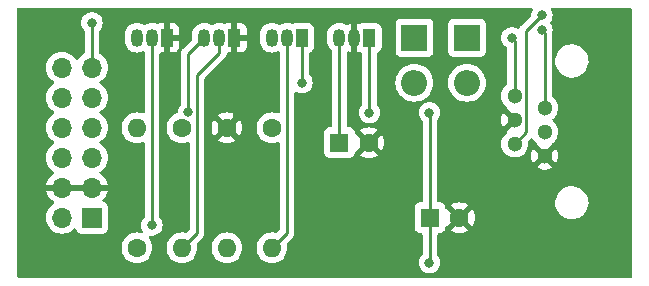
<source format=gbr>
%TF.GenerationSoftware,KiCad,Pcbnew,7.0.10*%
%TF.CreationDate,2024-01-03T13:13:51+01:00*%
%TF.ProjectId,slimme_meter_pmod,736c696d-6d65-45f6-9d65-7465725f706d,rev?*%
%TF.SameCoordinates,Original*%
%TF.FileFunction,Copper,L2,Bot*%
%TF.FilePolarity,Positive*%
%FSLAX46Y46*%
G04 Gerber Fmt 4.6, Leading zero omitted, Abs format (unit mm)*
G04 Created by KiCad (PCBNEW 7.0.10) date 2024-01-03 13:13:51*
%MOMM*%
%LPD*%
G01*
G04 APERTURE LIST*
%TA.AperFunction,ComponentPad*%
%ADD10R,1.600000X1.600000*%
%TD*%
%TA.AperFunction,ComponentPad*%
%ADD11C,1.600000*%
%TD*%
%TA.AperFunction,ComponentPad*%
%ADD12R,1.050000X1.500000*%
%TD*%
%TA.AperFunction,ComponentPad*%
%ADD13O,1.050000X1.500000*%
%TD*%
%TA.AperFunction,ComponentPad*%
%ADD14R,1.700000X1.700000*%
%TD*%
%TA.AperFunction,ComponentPad*%
%ADD15O,1.700000X1.700000*%
%TD*%
%TA.AperFunction,ComponentPad*%
%ADD16O,1.600000X1.600000*%
%TD*%
%TA.AperFunction,ComponentPad*%
%ADD17R,2.200000X2.200000*%
%TD*%
%TA.AperFunction,ComponentPad*%
%ADD18O,2.200000X2.200000*%
%TD*%
%TA.AperFunction,ComponentPad*%
%ADD19C,1.300000*%
%TD*%
%TA.AperFunction,ViaPad*%
%ADD20C,0.800000*%
%TD*%
%TA.AperFunction,Conductor*%
%ADD21C,0.250000*%
%TD*%
G04 APERTURE END LIST*
D10*
%TO.P,C2,1*%
%TO.N,VCC*%
X127675000Y-68580000D03*
D11*
%TO.P,C2,2*%
%TO.N,GND*%
X130175000Y-68580000D03*
%TD*%
D12*
%TO.P,U1,1,VO*%
%TO.N,VCC*%
X122555000Y-53340000D03*
D13*
%TO.P,U1,2,GND*%
%TO.N,GND*%
X121285000Y-53340000D03*
%TO.P,U1,3,VI*%
%TO.N,+5V*%
X120015000Y-53340000D03*
%TD*%
D12*
%TO.P,Q3,1,D*%
%TO.N,Net-(D1-A)*%
X116840000Y-53340000D03*
D13*
%TO.P,Q3,2,G*%
%TO.N,Net-(Q1-D)*%
X115570000Y-53340000D03*
%TO.P,Q3,3,S*%
%TO.N,+5V*%
X114300000Y-53340000D03*
%TD*%
D10*
%TO.P,C1,1*%
%TO.N,+5V*%
X120015000Y-62230000D03*
D11*
%TO.P,C1,2*%
%TO.N,GND*%
X122515000Y-62230000D03*
%TD*%
D12*
%TO.P,Q1,1,S*%
%TO.N,GND*%
X105410000Y-53340000D03*
D13*
%TO.P,Q1,2,G*%
%TO.N,CTS*%
X104140000Y-53340000D03*
%TO.P,Q1,3,D*%
%TO.N,Net-(Q1-D)*%
X102870000Y-53340000D03*
%TD*%
D12*
%TO.P,Q2,1,S*%
%TO.N,GND*%
X111125000Y-53340000D03*
D13*
%TO.P,Q2,2,G*%
%TO.N,~{SM_DATA}*%
X109855000Y-53340000D03*
%TO.P,Q2,3,D*%
%TO.N,MCU_DATA*%
X108585000Y-53340000D03*
%TD*%
D14*
%TO.P,J2,1,Pin_1*%
%TO.N,VCC*%
X99060000Y-68580000D03*
D15*
%TO.P,J2,2,Pin_2*%
X96520000Y-68580000D03*
%TO.P,J2,3,Pin_3*%
%TO.N,GND*%
X99060000Y-66040000D03*
%TO.P,J2,4,Pin_4*%
X96520000Y-66040000D03*
%TO.P,J2,5,Pin_5*%
%TO.N,RTS*%
X99060000Y-63500000D03*
%TO.P,J2,6,Pin_6*%
%TO.N,unconnected-(J2-Pin_6-Pad6)*%
X96520000Y-63500000D03*
%TO.P,J2,7,Pin_7*%
%TO.N,MCU_DATA*%
X99060000Y-60960000D03*
%TO.P,J2,8,Pin_8*%
%TO.N,unconnected-(J2-Pin_8-Pad8)*%
X96520000Y-60960000D03*
%TO.P,J2,9,Pin_9*%
%TO.N,TXD*%
X99060000Y-58420000D03*
%TO.P,J2,10,Pin_10*%
%TO.N,unconnected-(J2-Pin_10-Pad10)*%
X96520000Y-58420000D03*
%TO.P,J2,11,Pin_11*%
%TO.N,CTS*%
X99060000Y-55880000D03*
%TO.P,J2,12,Pin_12*%
%TO.N,unconnected-(J2-Pin_12-Pad12)*%
X96520000Y-55880000D03*
%TD*%
D11*
%TO.P,R2,1*%
%TO.N,+5V*%
X106680000Y-60960000D03*
D16*
%TO.P,R2,2*%
%TO.N,~{SM_DATA}*%
X106680000Y-71120000D03*
%TD*%
D11*
%TO.P,R3,1*%
%TO.N,GND*%
X110490000Y-60960000D03*
D16*
%TO.P,R3,2*%
%TO.N,CTS*%
X110490000Y-71120000D03*
%TD*%
D17*
%TO.P,D2,1,K*%
%TO.N,Net-(D2-K)*%
X130810000Y-53340000D03*
D18*
%TO.P,D2,2,A*%
%TO.N,+5V*%
X130810000Y-57150000D03*
%TD*%
D11*
%TO.P,R4,1*%
%TO.N,+5V*%
X114300000Y-60960000D03*
D16*
%TO.P,R4,2*%
%TO.N,Net-(Q1-D)*%
X114300000Y-71120000D03*
%TD*%
D17*
%TO.P,D1,1,K*%
%TO.N,SM_DATA_REQUEST*%
X126365000Y-53340000D03*
D18*
%TO.P,D1,2,A*%
%TO.N,Net-(D1-A)*%
X126365000Y-57150000D03*
%TD*%
D11*
%TO.P,R1,1*%
%TO.N,VCC*%
X102870000Y-71120000D03*
D16*
%TO.P,R1,2*%
%TO.N,MCU_DATA*%
X102870000Y-60960000D03*
%TD*%
D19*
%TO.P,J1,1*%
%TO.N,Net-(D2-K)*%
X134860000Y-58250000D03*
%TO.P,J1,2*%
%TO.N,SM_DATA_REQUEST*%
X137400000Y-59270000D03*
%TO.P,J1,3*%
%TO.N,GND*%
X134860000Y-60290000D03*
%TO.P,J1,4*%
%TO.N,unconnected-(J1-Pad4)*%
X137400000Y-61310000D03*
%TO.P,J1,5*%
%TO.N,~{SM_DATA}*%
X134860000Y-62330000D03*
%TO.P,J1,6*%
%TO.N,GND*%
X137400000Y-63350000D03*
%TD*%
D20*
%TO.N,Net-(D2-K)*%
X134620000Y-53340000D03*
%TO.N,CTS*%
X104140000Y-69215000D03*
%TO.N,~{SM_DATA}*%
X137160000Y-51435000D03*
%TO.N,SM_DATA_REQUEST*%
X137160000Y-52705000D03*
%TO.N,Net-(D1-A)*%
X116840000Y-57150000D03*
%TO.N,CTS*%
X99060000Y-52070000D03*
%TO.N,MCU_DATA*%
X107225000Y-59670893D03*
%TO.N,VCC*%
X127635000Y-72390000D03*
X127635000Y-59690000D03*
X122555000Y-59690000D03*
%TD*%
D21*
%TO.N,Net-(D2-K)*%
X134620000Y-53340000D02*
X134860000Y-53580000D01*
X134860000Y-53580000D02*
X134860000Y-58250000D01*
%TO.N,GND*%
X121285000Y-53340000D02*
X121285000Y-61000000D01*
X121285000Y-61000000D02*
X122515000Y-62230000D01*
X111125000Y-53340000D02*
X111125000Y-60325000D01*
X111125000Y-60325000D02*
X110490000Y-60960000D01*
%TO.N,Net-(Q1-D)*%
X115570000Y-53340000D02*
X115570000Y-69850000D01*
X115570000Y-69850000D02*
X114300000Y-71120000D01*
%TO.N,+5V*%
X120015000Y-62230000D02*
X120015000Y-53340000D01*
%TO.N,CTS*%
X104140000Y-53340000D02*
X104140000Y-69215000D01*
%TO.N,~{SM_DATA}*%
X135835000Y-61355000D02*
X134860000Y-62330000D01*
X137160000Y-51435000D02*
X135835000Y-52760000D01*
X135835000Y-52760000D02*
X135835000Y-61355000D01*
%TO.N,SM_DATA_REQUEST*%
X137400000Y-52945000D02*
X137160000Y-52705000D01*
X137400000Y-59270000D02*
X137400000Y-52945000D01*
%TO.N,Net-(D1-A)*%
X116840000Y-57150000D02*
X116840000Y-53340000D01*
%TO.N,CTS*%
X99060000Y-52070000D02*
X99060000Y-55880000D01*
%TO.N,MCU_DATA*%
X107225000Y-54700000D02*
X107225000Y-59670893D01*
X108585000Y-53340000D02*
X107225000Y-54700000D01*
%TO.N,~{SM_DATA}*%
X107950000Y-69850000D02*
X107950000Y-56515000D01*
X106680000Y-71120000D02*
X107950000Y-69850000D01*
X107950000Y-56515000D02*
X109855000Y-54610000D01*
X109855000Y-54610000D02*
X109855000Y-53340000D01*
%TO.N,VCC*%
X127675000Y-72350000D02*
X127675000Y-68580000D01*
X127635000Y-72390000D02*
X127675000Y-72350000D01*
X127635000Y-59690000D02*
X127675000Y-59730000D01*
X127675000Y-59730000D02*
X127675000Y-68580000D01*
X122555000Y-59690000D02*
X122555000Y-53340000D01*
%TD*%
%TA.AperFunction,Conductor*%
%TO.N,GND*%
G36*
X98600507Y-65830156D02*
G01*
X98560000Y-65968111D01*
X98560000Y-66111889D01*
X98600507Y-66249844D01*
X98626314Y-66290000D01*
X96953686Y-66290000D01*
X96979493Y-66249844D01*
X97020000Y-66111889D01*
X97020000Y-65968111D01*
X96979493Y-65830156D01*
X96953686Y-65790000D01*
X98626314Y-65790000D01*
X98600507Y-65830156D01*
G37*
%TD.AperFunction*%
%TA.AperFunction,Conductor*%
G36*
X136338786Y-50820185D02*
G01*
X136384541Y-50872989D01*
X136394485Y-50942147D01*
X136379134Y-50986500D01*
X136332821Y-51066715D01*
X136332818Y-51066722D01*
X136286636Y-51208857D01*
X136274326Y-51246744D01*
X136270216Y-51285849D01*
X136256679Y-51414649D01*
X136230094Y-51479263D01*
X136221039Y-51489368D01*
X135451208Y-52259199D01*
X135438951Y-52269020D01*
X135439134Y-52269241D01*
X135433122Y-52274214D01*
X135387098Y-52323223D01*
X135384391Y-52326016D01*
X135364889Y-52345517D01*
X135364875Y-52345534D01*
X135362407Y-52348715D01*
X135354843Y-52357570D01*
X135324937Y-52389418D01*
X135324936Y-52389420D01*
X135315284Y-52406976D01*
X135304610Y-52423226D01*
X135292329Y-52439061D01*
X135292324Y-52439068D01*
X135274975Y-52479158D01*
X135269837Y-52489646D01*
X135255330Y-52516034D01*
X135205784Y-52565298D01*
X135137468Y-52579954D01*
X135078749Y-52558432D01*
X135078363Y-52559101D01*
X135074519Y-52556882D01*
X135073777Y-52556610D01*
X135072729Y-52555848D01*
X134899807Y-52478857D01*
X134899802Y-52478855D01*
X134754001Y-52447865D01*
X134714646Y-52439500D01*
X134525354Y-52439500D01*
X134492897Y-52446398D01*
X134340197Y-52478855D01*
X134340192Y-52478857D01*
X134167270Y-52555848D01*
X134167265Y-52555851D01*
X134014129Y-52667111D01*
X133887466Y-52807785D01*
X133792821Y-52971715D01*
X133792818Y-52971722D01*
X133740722Y-53132059D01*
X133734326Y-53151744D01*
X133714540Y-53340000D01*
X133734326Y-53528256D01*
X133734327Y-53528259D01*
X133792818Y-53708277D01*
X133792821Y-53708284D01*
X133887467Y-53872216D01*
X133965915Y-53959341D01*
X134014129Y-54012888D01*
X134167261Y-54124145D01*
X134167264Y-54124147D01*
X134167270Y-54124151D01*
X134167276Y-54124153D01*
X134172494Y-54127166D01*
X134220712Y-54177730D01*
X134234500Y-54234557D01*
X134234500Y-57215041D01*
X134214815Y-57282080D01*
X134175780Y-57320466D01*
X134163702Y-57327944D01*
X134006127Y-57471593D01*
X133877632Y-57641746D01*
X133782596Y-57832605D01*
X133782596Y-57832607D01*
X133731798Y-58011142D01*
X133724244Y-58037690D01*
X133704571Y-58250000D01*
X133724244Y-58462310D01*
X133780989Y-58661746D01*
X133782596Y-58667392D01*
X133782596Y-58667394D01*
X133877632Y-58858253D01*
X133997598Y-59017112D01*
X134006128Y-59028407D01*
X134163698Y-59172052D01*
X134186656Y-59186267D01*
X134233291Y-59238295D01*
X134244552Y-59305983D01*
X134242991Y-59319438D01*
X134815599Y-59892046D01*
X134734852Y-59904835D01*
X134621955Y-59962359D01*
X134532359Y-60051955D01*
X134474835Y-60164852D01*
X134462046Y-60245598D01*
X133886836Y-59670388D01*
X133878059Y-59682010D01*
X133783066Y-59872783D01*
X133783058Y-59872803D01*
X133724738Y-60077780D01*
X133724737Y-60077783D01*
X133705073Y-60289999D01*
X133705073Y-60290000D01*
X133724737Y-60502216D01*
X133724738Y-60502219D01*
X133783058Y-60707196D01*
X133783064Y-60707211D01*
X133878061Y-60897991D01*
X133878064Y-60897996D01*
X133886836Y-60909610D01*
X134462046Y-60334400D01*
X134474835Y-60415148D01*
X134532359Y-60528045D01*
X134621955Y-60617641D01*
X134734852Y-60675165D01*
X134815597Y-60687953D01*
X134242991Y-61260559D01*
X134244553Y-61274015D01*
X134232725Y-61342876D01*
X134186658Y-61393731D01*
X134163701Y-61407945D01*
X134006127Y-61551593D01*
X133877632Y-61721746D01*
X133782596Y-61912605D01*
X133782596Y-61912607D01*
X133724244Y-62117689D01*
X133712389Y-62245633D01*
X133704571Y-62330000D01*
X133724244Y-62542310D01*
X133781063Y-62742006D01*
X133782596Y-62747392D01*
X133782596Y-62747394D01*
X133877632Y-62938253D01*
X133983072Y-63077876D01*
X134006128Y-63108407D01*
X134163698Y-63252052D01*
X134344981Y-63364298D01*
X134543802Y-63441321D01*
X134753390Y-63480500D01*
X134753392Y-63480500D01*
X134966608Y-63480500D01*
X134966610Y-63480500D01*
X135176198Y-63441321D01*
X135375019Y-63364298D01*
X135556302Y-63252052D01*
X135713872Y-63108407D01*
X135842366Y-62938255D01*
X135845091Y-62932783D01*
X135937403Y-62747394D01*
X135937403Y-62747393D01*
X135937405Y-62747389D01*
X135995756Y-62542310D01*
X136015429Y-62330000D01*
X135997831Y-62140087D01*
X136011246Y-62071521D01*
X136033618Y-62040971D01*
X136208913Y-61865676D01*
X136270234Y-61832193D01*
X136339926Y-61837177D01*
X136395859Y-61879049D01*
X136407593Y-61898089D01*
X136417634Y-61918255D01*
X136545398Y-62087441D01*
X136546128Y-62088407D01*
X136703698Y-62232052D01*
X136725632Y-62245633D01*
X136726656Y-62246267D01*
X136773291Y-62298295D01*
X136784552Y-62365983D01*
X136782991Y-62379438D01*
X137355599Y-62952046D01*
X137274852Y-62964835D01*
X137161955Y-63022359D01*
X137072359Y-63111955D01*
X137014835Y-63224852D01*
X137002046Y-63305598D01*
X136426836Y-62730388D01*
X136418059Y-62742010D01*
X136323066Y-62932783D01*
X136323058Y-62932803D01*
X136264738Y-63137780D01*
X136264737Y-63137783D01*
X136245073Y-63349999D01*
X136245073Y-63350000D01*
X136264737Y-63562216D01*
X136264738Y-63562219D01*
X136323058Y-63767196D01*
X136323064Y-63767211D01*
X136418061Y-63957991D01*
X136418064Y-63957996D01*
X136426836Y-63969610D01*
X137002046Y-63394400D01*
X137014835Y-63475148D01*
X137072359Y-63588045D01*
X137161955Y-63677641D01*
X137274852Y-63735165D01*
X137355599Y-63747953D01*
X136782991Y-64320559D01*
X136885204Y-64383847D01*
X136885208Y-64383849D01*
X137083936Y-64460836D01*
X137083941Y-64460837D01*
X137293439Y-64500000D01*
X137506561Y-64500000D01*
X137716058Y-64460837D01*
X137716063Y-64460836D01*
X137914791Y-64383849D01*
X137914798Y-64383846D01*
X138017006Y-64320560D01*
X138017006Y-64320559D01*
X137444401Y-63747953D01*
X137525148Y-63735165D01*
X137638045Y-63677641D01*
X137727641Y-63588045D01*
X137785165Y-63475148D01*
X137797953Y-63394400D01*
X138373162Y-63969609D01*
X138373163Y-63969609D01*
X138381940Y-63957988D01*
X138381942Y-63957985D01*
X138476933Y-63767216D01*
X138476941Y-63767196D01*
X138535261Y-63562219D01*
X138535262Y-63562216D01*
X138554927Y-63350000D01*
X138554927Y-63349999D01*
X138535262Y-63137783D01*
X138535261Y-63137780D01*
X138476941Y-62932803D01*
X138476933Y-62932783D01*
X138381942Y-62742014D01*
X138381937Y-62742006D01*
X138373163Y-62730389D01*
X138373162Y-62730389D01*
X137797953Y-63305598D01*
X137785165Y-63224852D01*
X137727641Y-63111955D01*
X137638045Y-63022359D01*
X137525148Y-62964835D01*
X137444401Y-62952046D01*
X138017007Y-62379439D01*
X138015446Y-62365984D01*
X138027274Y-62297123D01*
X138073342Y-62246268D01*
X138096302Y-62232052D01*
X138253872Y-62088407D01*
X138382366Y-61918255D01*
X138418284Y-61846121D01*
X138477403Y-61727394D01*
X138477403Y-61727393D01*
X138477405Y-61727389D01*
X138535756Y-61522310D01*
X138555429Y-61310000D01*
X138535756Y-61097690D01*
X138477405Y-60892611D01*
X138477403Y-60892606D01*
X138477403Y-60892605D01*
X138382367Y-60701746D01*
X138253872Y-60531593D01*
X138206017Y-60487967D01*
X138096302Y-60387948D01*
X138096300Y-60387946D01*
X138092065Y-60384086D01*
X138093143Y-60382902D01*
X138055998Y-60332845D01*
X138051307Y-60263133D01*
X138085049Y-60201951D01*
X138093005Y-60195056D01*
X138096296Y-60192055D01*
X138096302Y-60192052D01*
X138253872Y-60048407D01*
X138382366Y-59878255D01*
X138425527Y-59791575D01*
X138477403Y-59687394D01*
X138477403Y-59687393D01*
X138477405Y-59687389D01*
X138535756Y-59482310D01*
X138555429Y-59270000D01*
X138535756Y-59057690D01*
X138477405Y-58852611D01*
X138477403Y-58852606D01*
X138477403Y-58852605D01*
X138382367Y-58661746D01*
X138253872Y-58491593D01*
X138206970Y-58448836D01*
X138096302Y-58347948D01*
X138096300Y-58347946D01*
X138096297Y-58347944D01*
X138084220Y-58340466D01*
X138037586Y-58288438D01*
X138025500Y-58235041D01*
X138025500Y-55250346D01*
X138295702Y-55250346D01*
X138305819Y-55488528D01*
X138305819Y-55488532D01*
X138356045Y-55721580D01*
X138444935Y-55942788D01*
X138444936Y-55942790D01*
X138569931Y-56145795D01*
X138727436Y-56324755D01*
X138912920Y-56474523D01*
X139121046Y-56590790D01*
X139246951Y-56635275D01*
X139345829Y-56670211D01*
X139580790Y-56710499D01*
X139580798Y-56710499D01*
X139580800Y-56710500D01*
X139580801Y-56710500D01*
X139759496Y-56710500D01*
X139759497Y-56710500D01*
X139759498Y-56710499D01*
X139759515Y-56710499D01*
X139937536Y-56695347D01*
X139937539Y-56695346D01*
X139937541Y-56695346D01*
X140168249Y-56635275D01*
X140339567Y-56557834D01*
X140385480Y-56537080D01*
X140385481Y-56537078D01*
X140385486Y-56537077D01*
X140583003Y-56403579D01*
X140755118Y-56238621D01*
X140896879Y-56046947D01*
X141004207Y-55834074D01*
X141074016Y-55606123D01*
X141104298Y-55369654D01*
X141094180Y-55131468D01*
X141043954Y-54898419D01*
X140955064Y-54677210D01*
X140830069Y-54474205D01*
X140672564Y-54295245D01*
X140487080Y-54145477D01*
X140373130Y-54081820D01*
X140278955Y-54029210D01*
X140054170Y-53949788D01*
X139819209Y-53909500D01*
X139819200Y-53909500D01*
X139640503Y-53909500D01*
X139640484Y-53909500D01*
X139462463Y-53924652D01*
X139231751Y-53984724D01*
X139014519Y-54082919D01*
X139014511Y-54082924D01*
X138817006Y-54216413D01*
X138816997Y-54216421D01*
X138644881Y-54381379D01*
X138503123Y-54573050D01*
X138503120Y-54573054D01*
X138395796Y-54785920D01*
X138395793Y-54785926D01*
X138325983Y-55013878D01*
X138295702Y-55250346D01*
X138025500Y-55250346D01*
X138025500Y-53027737D01*
X138027224Y-53012123D01*
X138026938Y-53012096D01*
X138027671Y-53004335D01*
X138027672Y-53004332D01*
X138026756Y-52975196D01*
X138032765Y-52932984D01*
X138038944Y-52913967D01*
X138045674Y-52893256D01*
X138065460Y-52705000D01*
X138045674Y-52516744D01*
X137987179Y-52336716D01*
X137892533Y-52172784D01*
X137874693Y-52152971D01*
X137844464Y-52089981D01*
X137853089Y-52020646D01*
X137874694Y-51987028D01*
X137892533Y-51967216D01*
X137987179Y-51803284D01*
X138045674Y-51623256D01*
X138065460Y-51435000D01*
X138045674Y-51246744D01*
X137987179Y-51066716D01*
X137940865Y-50986498D01*
X137924393Y-50918600D01*
X137947246Y-50852573D01*
X138002167Y-50809382D01*
X138048253Y-50800500D01*
X144655500Y-50800500D01*
X144722539Y-50820185D01*
X144768294Y-50872989D01*
X144779500Y-50924500D01*
X144779500Y-73535500D01*
X144759815Y-73602539D01*
X144707011Y-73648294D01*
X144655500Y-73659500D01*
X92834500Y-73659500D01*
X92767461Y-73639815D01*
X92721706Y-73587011D01*
X92710500Y-73535500D01*
X92710500Y-71120001D01*
X101564532Y-71120001D01*
X101584364Y-71346686D01*
X101584366Y-71346697D01*
X101643258Y-71566488D01*
X101643261Y-71566497D01*
X101739431Y-71772732D01*
X101739432Y-71772734D01*
X101869954Y-71959141D01*
X102030858Y-72120045D01*
X102030861Y-72120047D01*
X102217266Y-72250568D01*
X102423504Y-72346739D01*
X102643308Y-72405635D01*
X102805230Y-72419801D01*
X102869998Y-72425468D01*
X102870000Y-72425468D01*
X102870002Y-72425468D01*
X102926673Y-72420509D01*
X103096692Y-72405635D01*
X103316496Y-72346739D01*
X103522734Y-72250568D01*
X103709139Y-72120047D01*
X103870047Y-71959139D01*
X104000568Y-71772734D01*
X104096739Y-71566496D01*
X104155635Y-71346692D01*
X104175468Y-71120001D01*
X105374532Y-71120001D01*
X105394364Y-71346686D01*
X105394366Y-71346697D01*
X105453258Y-71566488D01*
X105453261Y-71566497D01*
X105549431Y-71772732D01*
X105549432Y-71772734D01*
X105679954Y-71959141D01*
X105840858Y-72120045D01*
X105840861Y-72120047D01*
X106027266Y-72250568D01*
X106233504Y-72346739D01*
X106453308Y-72405635D01*
X106615230Y-72419801D01*
X106679998Y-72425468D01*
X106680000Y-72425468D01*
X106680002Y-72425468D01*
X106736673Y-72420509D01*
X106906692Y-72405635D01*
X107126496Y-72346739D01*
X107332734Y-72250568D01*
X107519139Y-72120047D01*
X107680047Y-71959139D01*
X107810568Y-71772734D01*
X107906739Y-71566496D01*
X107965635Y-71346692D01*
X107985468Y-71120001D01*
X109184532Y-71120001D01*
X109204364Y-71346686D01*
X109204366Y-71346697D01*
X109263258Y-71566488D01*
X109263261Y-71566497D01*
X109359431Y-71772732D01*
X109359432Y-71772734D01*
X109489954Y-71959141D01*
X109650858Y-72120045D01*
X109650861Y-72120047D01*
X109837266Y-72250568D01*
X110043504Y-72346739D01*
X110263308Y-72405635D01*
X110425230Y-72419801D01*
X110489998Y-72425468D01*
X110490000Y-72425468D01*
X110490002Y-72425468D01*
X110546673Y-72420509D01*
X110716692Y-72405635D01*
X110936496Y-72346739D01*
X111142734Y-72250568D01*
X111329139Y-72120047D01*
X111490047Y-71959139D01*
X111620568Y-71772734D01*
X111716739Y-71566496D01*
X111775635Y-71346692D01*
X111795468Y-71120001D01*
X112994532Y-71120001D01*
X113014364Y-71346686D01*
X113014366Y-71346697D01*
X113073258Y-71566488D01*
X113073261Y-71566497D01*
X113169431Y-71772732D01*
X113169432Y-71772734D01*
X113299954Y-71959141D01*
X113460858Y-72120045D01*
X113460861Y-72120047D01*
X113647266Y-72250568D01*
X113853504Y-72346739D01*
X114073308Y-72405635D01*
X114235230Y-72419801D01*
X114299998Y-72425468D01*
X114300000Y-72425468D01*
X114300002Y-72425468D01*
X114356673Y-72420509D01*
X114526692Y-72405635D01*
X114746496Y-72346739D01*
X114952734Y-72250568D01*
X115139139Y-72120047D01*
X115300047Y-71959139D01*
X115430568Y-71772734D01*
X115526739Y-71566496D01*
X115585635Y-71346692D01*
X115605468Y-71120000D01*
X115585635Y-70893308D01*
X115567318Y-70824948D01*
X115568981Y-70755103D01*
X115599410Y-70705179D01*
X115953788Y-70350801D01*
X115966042Y-70340986D01*
X115965859Y-70340764D01*
X115971868Y-70335791D01*
X115971877Y-70335786D01*
X116017949Y-70286722D01*
X116020566Y-70284023D01*
X116040120Y-70264471D01*
X116042576Y-70261303D01*
X116050156Y-70252427D01*
X116080062Y-70220582D01*
X116089713Y-70203024D01*
X116100396Y-70186761D01*
X116112673Y-70170936D01*
X116130021Y-70130844D01*
X116135151Y-70120371D01*
X116156197Y-70082092D01*
X116161180Y-70062680D01*
X116167481Y-70044280D01*
X116175437Y-70025896D01*
X116182270Y-69982748D01*
X116184633Y-69971338D01*
X116195500Y-69929019D01*
X116195500Y-69908983D01*
X116197027Y-69889582D01*
X116200160Y-69869804D01*
X116196050Y-69826324D01*
X116195500Y-69814655D01*
X116195500Y-69427870D01*
X126374500Y-69427870D01*
X126374501Y-69427876D01*
X126380908Y-69487483D01*
X126431202Y-69622328D01*
X126431206Y-69622335D01*
X126517452Y-69737544D01*
X126517455Y-69737547D01*
X126632664Y-69823793D01*
X126632671Y-69823797D01*
X126677618Y-69840561D01*
X126767517Y-69874091D01*
X126827127Y-69880500D01*
X126925500Y-69880499D01*
X126992538Y-69900183D01*
X127038294Y-69952986D01*
X127049500Y-70004499D01*
X127049500Y-71646888D01*
X127029815Y-71713927D01*
X127017650Y-71729860D01*
X126902466Y-71857785D01*
X126807821Y-72021715D01*
X126807818Y-72021722D01*
X126749327Y-72201740D01*
X126749326Y-72201744D01*
X126729540Y-72390000D01*
X126749326Y-72578256D01*
X126749327Y-72578259D01*
X126807818Y-72758277D01*
X126807821Y-72758284D01*
X126902467Y-72922216D01*
X127029129Y-73062888D01*
X127182265Y-73174148D01*
X127182270Y-73174151D01*
X127355192Y-73251142D01*
X127355197Y-73251144D01*
X127540354Y-73290500D01*
X127540355Y-73290500D01*
X127729644Y-73290500D01*
X127729646Y-73290500D01*
X127914803Y-73251144D01*
X128087730Y-73174151D01*
X128240871Y-73062888D01*
X128367533Y-72922216D01*
X128462179Y-72758284D01*
X128520674Y-72578256D01*
X128540460Y-72390000D01*
X128520674Y-72201744D01*
X128462179Y-72021716D01*
X128367533Y-71857784D01*
X128332350Y-71818709D01*
X128302120Y-71755717D01*
X128300500Y-71735737D01*
X128300500Y-70004499D01*
X128320185Y-69937460D01*
X128372989Y-69891705D01*
X128424500Y-69880499D01*
X128522871Y-69880499D01*
X128522872Y-69880499D01*
X128582483Y-69874091D01*
X128717331Y-69823796D01*
X128832546Y-69737546D01*
X128918796Y-69622331D01*
X128969091Y-69487483D01*
X128975500Y-69427873D01*
X128975499Y-69427845D01*
X128975678Y-69424547D01*
X128977183Y-69424627D01*
X128995112Y-69363326D01*
X129047868Y-69317514D01*
X129091465Y-69309981D01*
X129777046Y-68624400D01*
X129789835Y-68705148D01*
X129847359Y-68818045D01*
X129936955Y-68907641D01*
X130049852Y-68965165D01*
X130130599Y-68977953D01*
X129449526Y-69659025D01*
X129522513Y-69710132D01*
X129522521Y-69710136D01*
X129728668Y-69806264D01*
X129728682Y-69806269D01*
X129948389Y-69865139D01*
X129948400Y-69865141D01*
X130174998Y-69884966D01*
X130175002Y-69884966D01*
X130401599Y-69865141D01*
X130401610Y-69865139D01*
X130621317Y-69806269D01*
X130621331Y-69806264D01*
X130827478Y-69710136D01*
X130900471Y-69659024D01*
X130219400Y-68977953D01*
X130300148Y-68965165D01*
X130413045Y-68907641D01*
X130502641Y-68818045D01*
X130560165Y-68705148D01*
X130572953Y-68624400D01*
X131254024Y-69305471D01*
X131305136Y-69232478D01*
X131401264Y-69026331D01*
X131401269Y-69026317D01*
X131460139Y-68806610D01*
X131460141Y-68806599D01*
X131479966Y-68580002D01*
X131479966Y-68579997D01*
X131460141Y-68353400D01*
X131460139Y-68353389D01*
X131401269Y-68133682D01*
X131401264Y-68133668D01*
X131305136Y-67927521D01*
X131305132Y-67927513D01*
X131254025Y-67854526D01*
X130572953Y-68535598D01*
X130560165Y-68454852D01*
X130502641Y-68341955D01*
X130413045Y-68252359D01*
X130300148Y-68194835D01*
X130219401Y-68182046D01*
X130900472Y-67500974D01*
X130827478Y-67449863D01*
X130621331Y-67353735D01*
X130621317Y-67353730D01*
X130401610Y-67294860D01*
X130401599Y-67294858D01*
X130175002Y-67275034D01*
X130174998Y-67275034D01*
X129948400Y-67294858D01*
X129948389Y-67294860D01*
X129728682Y-67353730D01*
X129728673Y-67353734D01*
X129522516Y-67449866D01*
X129522512Y-67449868D01*
X129449526Y-67500973D01*
X129449526Y-67500974D01*
X130130599Y-68182046D01*
X130049852Y-68194835D01*
X129936955Y-68252359D01*
X129847359Y-68341955D01*
X129789835Y-68454852D01*
X129777046Y-68535598D01*
X129090799Y-67849351D01*
X129041805Y-67839505D01*
X128991622Y-67790889D01*
X128976981Y-67735366D01*
X128975900Y-67735423D01*
X128975854Y-67735429D01*
X128975853Y-67735426D01*
X128975676Y-67735436D01*
X128975499Y-67732135D01*
X128975499Y-67732128D01*
X128969091Y-67672517D01*
X128950442Y-67622517D01*
X128918797Y-67537671D01*
X128918793Y-67537664D01*
X128832547Y-67422455D01*
X128832544Y-67422452D01*
X128717335Y-67336206D01*
X128717328Y-67336202D01*
X128582482Y-67285908D01*
X128582483Y-67285908D01*
X128522883Y-67279501D01*
X128522881Y-67279500D01*
X128522873Y-67279500D01*
X128522865Y-67279500D01*
X128424500Y-67279500D01*
X128357461Y-67259815D01*
X128349256Y-67250346D01*
X138295702Y-67250346D01*
X138305819Y-67488528D01*
X138305819Y-67488532D01*
X138356045Y-67721580D01*
X138409468Y-67854526D01*
X138444936Y-67942790D01*
X138569931Y-68145795D01*
X138727436Y-68324755D01*
X138912920Y-68474523D01*
X139121046Y-68590790D01*
X139246951Y-68635275D01*
X139345829Y-68670211D01*
X139580790Y-68710499D01*
X139580798Y-68710499D01*
X139580800Y-68710500D01*
X139580801Y-68710500D01*
X139759496Y-68710500D01*
X139759497Y-68710500D01*
X139759498Y-68710499D01*
X139759515Y-68710499D01*
X139937536Y-68695347D01*
X139937539Y-68695346D01*
X139937541Y-68695346D01*
X140168249Y-68635275D01*
X140326121Y-68563912D01*
X140385480Y-68537080D01*
X140385481Y-68537078D01*
X140385486Y-68537077D01*
X140583003Y-68403579D01*
X140755118Y-68238621D01*
X140896879Y-68046947D01*
X141004207Y-67834074D01*
X141074016Y-67606123D01*
X141104298Y-67369654D01*
X141103747Y-67356692D01*
X141094180Y-67131471D01*
X141094180Y-67131467D01*
X141043954Y-66898419D01*
X140955064Y-66677211D01*
X140955064Y-66677210D01*
X140830069Y-66474205D01*
X140672564Y-66295245D01*
X140487080Y-66145477D01*
X140373130Y-66081820D01*
X140278955Y-66029210D01*
X140054170Y-65949788D01*
X139819209Y-65909500D01*
X139819200Y-65909500D01*
X139640503Y-65909500D01*
X139640484Y-65909500D01*
X139462463Y-65924652D01*
X139231751Y-65984724D01*
X139014519Y-66082919D01*
X139014511Y-66082924D01*
X138817006Y-66216413D01*
X138816997Y-66216421D01*
X138644881Y-66381379D01*
X138503123Y-66573050D01*
X138503120Y-66573054D01*
X138395796Y-66785920D01*
X138395793Y-66785926D01*
X138325983Y-67013878D01*
X138295702Y-67250346D01*
X128349256Y-67250346D01*
X128311706Y-67207011D01*
X128300500Y-67155500D01*
X128300500Y-60344262D01*
X128320185Y-60277223D01*
X128332351Y-60261289D01*
X128367533Y-60222216D01*
X128462179Y-60058284D01*
X128520674Y-59878256D01*
X128540460Y-59690000D01*
X128520674Y-59501744D01*
X128462179Y-59321716D01*
X128367533Y-59157784D01*
X128240871Y-59017112D01*
X128240870Y-59017111D01*
X128087734Y-58905851D01*
X128087729Y-58905848D01*
X127914807Y-58828857D01*
X127914802Y-58828855D01*
X127769001Y-58797865D01*
X127729646Y-58789500D01*
X127540354Y-58789500D01*
X127507897Y-58796398D01*
X127355197Y-58828855D01*
X127355192Y-58828857D01*
X127182270Y-58905848D01*
X127182265Y-58905851D01*
X127029129Y-59017111D01*
X126902466Y-59157785D01*
X126807821Y-59321715D01*
X126807818Y-59321722D01*
X126755534Y-59482637D01*
X126749326Y-59501744D01*
X126729540Y-59690000D01*
X126749326Y-59878256D01*
X126749327Y-59878259D01*
X126807818Y-60058277D01*
X126807821Y-60058284D01*
X126902467Y-60222216D01*
X127012358Y-60344262D01*
X127017650Y-60350139D01*
X127047880Y-60413130D01*
X127049500Y-60433111D01*
X127049500Y-67155500D01*
X127029815Y-67222539D01*
X126977011Y-67268294D01*
X126925501Y-67279500D01*
X126827130Y-67279500D01*
X126827123Y-67279501D01*
X126767516Y-67285908D01*
X126632671Y-67336202D01*
X126632664Y-67336206D01*
X126517455Y-67422452D01*
X126517452Y-67422455D01*
X126431206Y-67537664D01*
X126431202Y-67537671D01*
X126380908Y-67672517D01*
X126375634Y-67721580D01*
X126374501Y-67732123D01*
X126374500Y-67732135D01*
X126374500Y-69427870D01*
X116195500Y-69427870D01*
X116195500Y-63077870D01*
X118714500Y-63077870D01*
X118714501Y-63077876D01*
X118720908Y-63137483D01*
X118771202Y-63272328D01*
X118771206Y-63272335D01*
X118857452Y-63387544D01*
X118857455Y-63387547D01*
X118972664Y-63473793D01*
X118972671Y-63473797D01*
X119107517Y-63524091D01*
X119107516Y-63524091D01*
X119114444Y-63524835D01*
X119167127Y-63530500D01*
X120862872Y-63530499D01*
X120922483Y-63524091D01*
X121057331Y-63473796D01*
X121172546Y-63387546D01*
X121258796Y-63272331D01*
X121309091Y-63137483D01*
X121315500Y-63077873D01*
X121315499Y-63077845D01*
X121315678Y-63074547D01*
X121317183Y-63074627D01*
X121335112Y-63013326D01*
X121387868Y-62967514D01*
X121431465Y-62959981D01*
X122117046Y-62274400D01*
X122129835Y-62355148D01*
X122187359Y-62468045D01*
X122276955Y-62557641D01*
X122389852Y-62615165D01*
X122470599Y-62627953D01*
X121789526Y-63309025D01*
X121862513Y-63360132D01*
X121862521Y-63360136D01*
X122068668Y-63456264D01*
X122068682Y-63456269D01*
X122288389Y-63515139D01*
X122288400Y-63515141D01*
X122514998Y-63534966D01*
X122515002Y-63534966D01*
X122741599Y-63515141D01*
X122741610Y-63515139D01*
X122961317Y-63456269D01*
X122961331Y-63456264D01*
X123167478Y-63360136D01*
X123240471Y-63309024D01*
X122559400Y-62627953D01*
X122640148Y-62615165D01*
X122753045Y-62557641D01*
X122842641Y-62468045D01*
X122900165Y-62355148D01*
X122912953Y-62274400D01*
X123594024Y-62955471D01*
X123645136Y-62882478D01*
X123741264Y-62676331D01*
X123741269Y-62676317D01*
X123800139Y-62456610D01*
X123800141Y-62456599D01*
X123819966Y-62230002D01*
X123819966Y-62229997D01*
X123800141Y-62003400D01*
X123800139Y-62003389D01*
X123741269Y-61783682D01*
X123741264Y-61783668D01*
X123645136Y-61577521D01*
X123645132Y-61577513D01*
X123594025Y-61504526D01*
X122912953Y-62185598D01*
X122900165Y-62104852D01*
X122842641Y-61991955D01*
X122753045Y-61902359D01*
X122640148Y-61844835D01*
X122559401Y-61832046D01*
X123240472Y-61150974D01*
X123167478Y-61099863D01*
X122961331Y-61003735D01*
X122961317Y-61003730D01*
X122741610Y-60944860D01*
X122741599Y-60944858D01*
X122515002Y-60925034D01*
X122514998Y-60925034D01*
X122288400Y-60944858D01*
X122288389Y-60944860D01*
X122068682Y-61003730D01*
X122068673Y-61003734D01*
X121862516Y-61099866D01*
X121862512Y-61099868D01*
X121789526Y-61150973D01*
X121789526Y-61150974D01*
X122470599Y-61832046D01*
X122389852Y-61844835D01*
X122276955Y-61902359D01*
X122187359Y-61991955D01*
X122129835Y-62104852D01*
X122117046Y-62185598D01*
X121430799Y-61499351D01*
X121381805Y-61489505D01*
X121331622Y-61440889D01*
X121316981Y-61385366D01*
X121315900Y-61385423D01*
X121315854Y-61385429D01*
X121315853Y-61385426D01*
X121315676Y-61385436D01*
X121315499Y-61382135D01*
X121315499Y-61382128D01*
X121309091Y-61322517D01*
X121304422Y-61310000D01*
X121258797Y-61187671D01*
X121258793Y-61187664D01*
X121172547Y-61072455D01*
X121172544Y-61072452D01*
X121057335Y-60986206D01*
X121057328Y-60986202D01*
X120922482Y-60935908D01*
X120922483Y-60935908D01*
X120862883Y-60929501D01*
X120862881Y-60929500D01*
X120862873Y-60929500D01*
X120862865Y-60929500D01*
X120764500Y-60929500D01*
X120697461Y-60909815D01*
X120651706Y-60857011D01*
X120640500Y-60805500D01*
X120640500Y-54589625D01*
X120660185Y-54522586D01*
X120712989Y-54476831D01*
X120782147Y-54466887D01*
X120822954Y-54480267D01*
X120890848Y-54516557D01*
X121035000Y-54560285D01*
X121035000Y-53677314D01*
X121035597Y-53665160D01*
X121039628Y-53624220D01*
X121104052Y-53674363D01*
X121222424Y-53715000D01*
X121316073Y-53715000D01*
X121408446Y-53699586D01*
X121518514Y-53640019D01*
X121529500Y-53628085D01*
X121529500Y-54137870D01*
X121529501Y-54137874D01*
X121534290Y-54182421D01*
X121535000Y-54195675D01*
X121535000Y-54560285D01*
X121679928Y-54516322D01*
X121749795Y-54515699D01*
X121779435Y-54530371D01*
X121779886Y-54529546D01*
X121787669Y-54533796D01*
X121848833Y-54556608D01*
X121904766Y-54598478D01*
X121929184Y-54663942D01*
X121929500Y-54672790D01*
X121929500Y-58991312D01*
X121909815Y-59058351D01*
X121897650Y-59074284D01*
X121822466Y-59157784D01*
X121727821Y-59321715D01*
X121727818Y-59321722D01*
X121675534Y-59482637D01*
X121669326Y-59501744D01*
X121649540Y-59690000D01*
X121669326Y-59878256D01*
X121669327Y-59878259D01*
X121727818Y-60058277D01*
X121727821Y-60058284D01*
X121822467Y-60222216D01*
X121932358Y-60344262D01*
X121949129Y-60362888D01*
X122102265Y-60474148D01*
X122102270Y-60474151D01*
X122275192Y-60551142D01*
X122275197Y-60551144D01*
X122460354Y-60590500D01*
X122460355Y-60590500D01*
X122649644Y-60590500D01*
X122649646Y-60590500D01*
X122834803Y-60551144D01*
X123007730Y-60474151D01*
X123160871Y-60362888D01*
X123287533Y-60222216D01*
X123382179Y-60058284D01*
X123440674Y-59878256D01*
X123460460Y-59690000D01*
X123440674Y-59501744D01*
X123382179Y-59321716D01*
X123287533Y-59157784D01*
X123270329Y-59138677D01*
X123212350Y-59074284D01*
X123182120Y-59011292D01*
X123180500Y-58991312D01*
X123180500Y-57150000D01*
X124759551Y-57150000D01*
X124779317Y-57401151D01*
X124838126Y-57646110D01*
X124934533Y-57878859D01*
X125066160Y-58093653D01*
X125066161Y-58093656D01*
X125066164Y-58093659D01*
X125229776Y-58285224D01*
X125367528Y-58402875D01*
X125421343Y-58448838D01*
X125421346Y-58448839D01*
X125636140Y-58580466D01*
X125868889Y-58676873D01*
X126113852Y-58735683D01*
X126365000Y-58755449D01*
X126616148Y-58735683D01*
X126861111Y-58676873D01*
X127093859Y-58580466D01*
X127308659Y-58448836D01*
X127500224Y-58285224D01*
X127663836Y-58093659D01*
X127795466Y-57878859D01*
X127891873Y-57646111D01*
X127950683Y-57401148D01*
X127970449Y-57150000D01*
X129204551Y-57150000D01*
X129224317Y-57401151D01*
X129283126Y-57646110D01*
X129379533Y-57878859D01*
X129511160Y-58093653D01*
X129511161Y-58093656D01*
X129511164Y-58093659D01*
X129674776Y-58285224D01*
X129812528Y-58402875D01*
X129866343Y-58448838D01*
X129866346Y-58448839D01*
X130081140Y-58580466D01*
X130313889Y-58676873D01*
X130558852Y-58735683D01*
X130810000Y-58755449D01*
X131061148Y-58735683D01*
X131306111Y-58676873D01*
X131538859Y-58580466D01*
X131753659Y-58448836D01*
X131945224Y-58285224D01*
X132108836Y-58093659D01*
X132240466Y-57878859D01*
X132336873Y-57646111D01*
X132395683Y-57401148D01*
X132415449Y-57150000D01*
X132395683Y-56898852D01*
X132336873Y-56653889D01*
X132292410Y-56546546D01*
X132240466Y-56421140D01*
X132108839Y-56206346D01*
X132108838Y-56206343D01*
X132031172Y-56115408D01*
X131945224Y-56014776D01*
X131787422Y-55880000D01*
X131753656Y-55851161D01*
X131753653Y-55851160D01*
X131538859Y-55719533D01*
X131306110Y-55623126D01*
X131061151Y-55564317D01*
X130810000Y-55544551D01*
X130558848Y-55564317D01*
X130313889Y-55623126D01*
X130081140Y-55719533D01*
X129866346Y-55851160D01*
X129866343Y-55851161D01*
X129674776Y-56014776D01*
X129511161Y-56206343D01*
X129511160Y-56206346D01*
X129379533Y-56421140D01*
X129283126Y-56653889D01*
X129224317Y-56898848D01*
X129204551Y-57150000D01*
X127970449Y-57150000D01*
X127950683Y-56898852D01*
X127891873Y-56653889D01*
X127847410Y-56546546D01*
X127795466Y-56421140D01*
X127663839Y-56206346D01*
X127663838Y-56206343D01*
X127586172Y-56115408D01*
X127500224Y-56014776D01*
X127342422Y-55880000D01*
X127308656Y-55851161D01*
X127308653Y-55851160D01*
X127093859Y-55719533D01*
X126861110Y-55623126D01*
X126616151Y-55564317D01*
X126365000Y-55544551D01*
X126113848Y-55564317D01*
X125868889Y-55623126D01*
X125636140Y-55719533D01*
X125421346Y-55851160D01*
X125421343Y-55851161D01*
X125229776Y-56014776D01*
X125066161Y-56206343D01*
X125066160Y-56206346D01*
X124934533Y-56421140D01*
X124838126Y-56653889D01*
X124779317Y-56898848D01*
X124759551Y-57150000D01*
X123180500Y-57150000D01*
X123180500Y-54672790D01*
X123200185Y-54605751D01*
X123252989Y-54559996D01*
X123261146Y-54556616D01*
X123322331Y-54533796D01*
X123383680Y-54487870D01*
X124764500Y-54487870D01*
X124764501Y-54487876D01*
X124770908Y-54547483D01*
X124821202Y-54682328D01*
X124821206Y-54682335D01*
X124907452Y-54797544D01*
X124907455Y-54797547D01*
X125022664Y-54883793D01*
X125022671Y-54883797D01*
X125157517Y-54934091D01*
X125157516Y-54934091D01*
X125164444Y-54934835D01*
X125217127Y-54940500D01*
X127512872Y-54940499D01*
X127572483Y-54934091D01*
X127707331Y-54883796D01*
X127822546Y-54797546D01*
X127908796Y-54682331D01*
X127959091Y-54547483D01*
X127965500Y-54487873D01*
X127965500Y-54487870D01*
X129209500Y-54487870D01*
X129209501Y-54487876D01*
X129215908Y-54547483D01*
X129266202Y-54682328D01*
X129266206Y-54682335D01*
X129352452Y-54797544D01*
X129352455Y-54797547D01*
X129467664Y-54883793D01*
X129467671Y-54883797D01*
X129602517Y-54934091D01*
X129602516Y-54934091D01*
X129609444Y-54934835D01*
X129662127Y-54940500D01*
X131957872Y-54940499D01*
X132017483Y-54934091D01*
X132152331Y-54883796D01*
X132267546Y-54797546D01*
X132353796Y-54682331D01*
X132404091Y-54547483D01*
X132410500Y-54487873D01*
X132410499Y-52192128D01*
X132404091Y-52132517D01*
X132399315Y-52119713D01*
X132353797Y-51997671D01*
X132353793Y-51997664D01*
X132267547Y-51882455D01*
X132267544Y-51882452D01*
X132152335Y-51796206D01*
X132152328Y-51796202D01*
X132017482Y-51745908D01*
X132017483Y-51745908D01*
X131957883Y-51739501D01*
X131957881Y-51739500D01*
X131957873Y-51739500D01*
X131957864Y-51739500D01*
X129662129Y-51739500D01*
X129662123Y-51739501D01*
X129602516Y-51745908D01*
X129467671Y-51796202D01*
X129467664Y-51796206D01*
X129352455Y-51882452D01*
X129352452Y-51882455D01*
X129266206Y-51997664D01*
X129266202Y-51997671D01*
X129215908Y-52132517D01*
X129209753Y-52189771D01*
X129209501Y-52192123D01*
X129209500Y-52192135D01*
X129209500Y-54487870D01*
X127965500Y-54487870D01*
X127965499Y-52192128D01*
X127959091Y-52132517D01*
X127954315Y-52119713D01*
X127908797Y-51997671D01*
X127908793Y-51997664D01*
X127822547Y-51882455D01*
X127822544Y-51882452D01*
X127707335Y-51796206D01*
X127707328Y-51796202D01*
X127572482Y-51745908D01*
X127572483Y-51745908D01*
X127512883Y-51739501D01*
X127512881Y-51739500D01*
X127512873Y-51739500D01*
X127512864Y-51739500D01*
X125217129Y-51739500D01*
X125217123Y-51739501D01*
X125157516Y-51745908D01*
X125022671Y-51796202D01*
X125022664Y-51796206D01*
X124907455Y-51882452D01*
X124907452Y-51882455D01*
X124821206Y-51997664D01*
X124821202Y-51997671D01*
X124770908Y-52132517D01*
X124764753Y-52189771D01*
X124764501Y-52192123D01*
X124764500Y-52192135D01*
X124764500Y-54487870D01*
X123383680Y-54487870D01*
X123437546Y-54447546D01*
X123523796Y-54332331D01*
X123574091Y-54197483D01*
X123580500Y-54137873D01*
X123580499Y-52542128D01*
X123574091Y-52482517D01*
X123572838Y-52479158D01*
X123523797Y-52347671D01*
X123523793Y-52347664D01*
X123437547Y-52232455D01*
X123437544Y-52232452D01*
X123322335Y-52146206D01*
X123322328Y-52146202D01*
X123187482Y-52095908D01*
X123187483Y-52095908D01*
X123127883Y-52089501D01*
X123127881Y-52089500D01*
X123127873Y-52089500D01*
X123127864Y-52089500D01*
X121982129Y-52089500D01*
X121982123Y-52089501D01*
X121922516Y-52095908D01*
X121787671Y-52146202D01*
X121779886Y-52150454D01*
X121778838Y-52148535D01*
X121724754Y-52168701D01*
X121679928Y-52163677D01*
X121535000Y-52119713D01*
X121535000Y-52484329D01*
X121534289Y-52497584D01*
X121529501Y-52542123D01*
X121529500Y-52542136D01*
X121529500Y-53055101D01*
X121465948Y-53005637D01*
X121347576Y-52965000D01*
X121253927Y-52965000D01*
X121161554Y-52980414D01*
X121051486Y-53039981D01*
X121039369Y-53053142D01*
X121035597Y-53014837D01*
X121035000Y-53002684D01*
X121035000Y-52119712D01*
X120890849Y-52163441D01*
X120708983Y-52260651D01*
X120640580Y-52274893D01*
X120592077Y-52260651D01*
X120409345Y-52162978D01*
X120216031Y-52104337D01*
X120015000Y-52084538D01*
X119813968Y-52104337D01*
X119620654Y-52162978D01*
X119442511Y-52258198D01*
X119442504Y-52258203D01*
X119286352Y-52386352D01*
X119158203Y-52542504D01*
X119158198Y-52542511D01*
X119062978Y-52720654D01*
X119004337Y-52913968D01*
X118989500Y-53064623D01*
X118989500Y-53615376D01*
X119004337Y-53766031D01*
X119062978Y-53959345D01*
X119158198Y-54137488D01*
X119158201Y-54137492D01*
X119158202Y-54137494D01*
X119171817Y-54154084D01*
X119286352Y-54293646D01*
X119344164Y-54341091D01*
X119383499Y-54398837D01*
X119389500Y-54436945D01*
X119389500Y-60805500D01*
X119369815Y-60872539D01*
X119317011Y-60918294D01*
X119265501Y-60929500D01*
X119167130Y-60929500D01*
X119167123Y-60929501D01*
X119107516Y-60935908D01*
X118972671Y-60986202D01*
X118972664Y-60986206D01*
X118857455Y-61072452D01*
X118857452Y-61072455D01*
X118771206Y-61187664D01*
X118771202Y-61187671D01*
X118720908Y-61322517D01*
X118716879Y-61360000D01*
X118714501Y-61382123D01*
X118714500Y-61382135D01*
X118714500Y-63077870D01*
X116195500Y-63077870D01*
X116195500Y-58038185D01*
X116215185Y-57971146D01*
X116267989Y-57925391D01*
X116337147Y-57915447D01*
X116380373Y-57933087D01*
X116381637Y-57930899D01*
X116387270Y-57934151D01*
X116560192Y-58011142D01*
X116560197Y-58011144D01*
X116745354Y-58050500D01*
X116745355Y-58050500D01*
X116934644Y-58050500D01*
X116934646Y-58050500D01*
X117119803Y-58011144D01*
X117292730Y-57934151D01*
X117445871Y-57822888D01*
X117572533Y-57682216D01*
X117667179Y-57518284D01*
X117725674Y-57338256D01*
X117745460Y-57150000D01*
X117725674Y-56961744D01*
X117667179Y-56781716D01*
X117572533Y-56617784D01*
X117497350Y-56534284D01*
X117467120Y-56471292D01*
X117465500Y-56451312D01*
X117465500Y-54672790D01*
X117485185Y-54605751D01*
X117537989Y-54559996D01*
X117546146Y-54556616D01*
X117607331Y-54533796D01*
X117722546Y-54447546D01*
X117808796Y-54332331D01*
X117859091Y-54197483D01*
X117865500Y-54137873D01*
X117865499Y-52542128D01*
X117859091Y-52482517D01*
X117857838Y-52479158D01*
X117808797Y-52347671D01*
X117808793Y-52347664D01*
X117722547Y-52232455D01*
X117722544Y-52232452D01*
X117607335Y-52146206D01*
X117607328Y-52146202D01*
X117472482Y-52095908D01*
X117472483Y-52095908D01*
X117412883Y-52089501D01*
X117412881Y-52089500D01*
X117412873Y-52089500D01*
X117412864Y-52089500D01*
X116267129Y-52089500D01*
X116267123Y-52089501D01*
X116207516Y-52095908D01*
X116072671Y-52146202D01*
X116064890Y-52150452D01*
X116063759Y-52148381D01*
X116010239Y-52168331D01*
X115965424Y-52163306D01*
X115964343Y-52162978D01*
X115964341Y-52162977D01*
X115821715Y-52119712D01*
X115771031Y-52104337D01*
X115570000Y-52084538D01*
X115368968Y-52104337D01*
X115175654Y-52162978D01*
X114993453Y-52260367D01*
X114925050Y-52274609D01*
X114876547Y-52260367D01*
X114694345Y-52162978D01*
X114501031Y-52104337D01*
X114300000Y-52084538D01*
X114098968Y-52104337D01*
X113905654Y-52162978D01*
X113727511Y-52258198D01*
X113727504Y-52258203D01*
X113571352Y-52386352D01*
X113443203Y-52542504D01*
X113443198Y-52542511D01*
X113347978Y-52720654D01*
X113289337Y-52913968D01*
X113274500Y-53064623D01*
X113274500Y-53615376D01*
X113289337Y-53766031D01*
X113347978Y-53959345D01*
X113443198Y-54137488D01*
X113443201Y-54137492D01*
X113443202Y-54137494D01*
X113456817Y-54154084D01*
X113571352Y-54293647D01*
X113664999Y-54370500D01*
X113727506Y-54421798D01*
X113727509Y-54421799D01*
X113727511Y-54421801D01*
X113905654Y-54517021D01*
X113905656Y-54517021D01*
X113905659Y-54517023D01*
X114098967Y-54575662D01*
X114300000Y-54595462D01*
X114501033Y-54575662D01*
X114694341Y-54517023D01*
X114762048Y-54480832D01*
X114830448Y-54466591D01*
X114895692Y-54491590D01*
X114937063Y-54547895D01*
X114944500Y-54590191D01*
X114944500Y-59630950D01*
X114924815Y-59697989D01*
X114872011Y-59743744D01*
X114802853Y-59753688D01*
X114768099Y-59743334D01*
X114746498Y-59733262D01*
X114746488Y-59733258D01*
X114526697Y-59674366D01*
X114526693Y-59674365D01*
X114526692Y-59674365D01*
X114526691Y-59674364D01*
X114526686Y-59674364D01*
X114300002Y-59654532D01*
X114299998Y-59654532D01*
X114073313Y-59674364D01*
X114073302Y-59674366D01*
X113853511Y-59733258D01*
X113853502Y-59733261D01*
X113647267Y-59829431D01*
X113647265Y-59829432D01*
X113460858Y-59959954D01*
X113299954Y-60120858D01*
X113169432Y-60307265D01*
X113169431Y-60307267D01*
X113073261Y-60513502D01*
X113073258Y-60513511D01*
X113014366Y-60733302D01*
X113014364Y-60733313D01*
X112994532Y-60959998D01*
X112994532Y-60960001D01*
X113014364Y-61186686D01*
X113014366Y-61186697D01*
X113073258Y-61406488D01*
X113073261Y-61406497D01*
X113169431Y-61612732D01*
X113169432Y-61612734D01*
X113299954Y-61799141D01*
X113460858Y-61960045D01*
X113460861Y-61960047D01*
X113647266Y-62090568D01*
X113853504Y-62186739D01*
X114073308Y-62245635D01*
X114235230Y-62259801D01*
X114299998Y-62265468D01*
X114300000Y-62265468D01*
X114300002Y-62265468D01*
X114356673Y-62260509D01*
X114526692Y-62245635D01*
X114746496Y-62186739D01*
X114768093Y-62176667D01*
X114837169Y-62166173D01*
X114900954Y-62194691D01*
X114939195Y-62253167D01*
X114944500Y-62289048D01*
X114944500Y-69539546D01*
X114924815Y-69606585D01*
X114908181Y-69627227D01*
X114714821Y-69820586D01*
X114653498Y-69854071D01*
X114595048Y-69852680D01*
X114526697Y-69834366D01*
X114526693Y-69834365D01*
X114526692Y-69834365D01*
X114402470Y-69823497D01*
X114300001Y-69814532D01*
X114299998Y-69814532D01*
X114073313Y-69834364D01*
X114073302Y-69834366D01*
X113853511Y-69893258D01*
X113853502Y-69893261D01*
X113647267Y-69989431D01*
X113647265Y-69989432D01*
X113460858Y-70119954D01*
X113299954Y-70280858D01*
X113169432Y-70467265D01*
X113169431Y-70467267D01*
X113073261Y-70673502D01*
X113073258Y-70673511D01*
X113014366Y-70893302D01*
X113014364Y-70893313D01*
X112994532Y-71119998D01*
X112994532Y-71120001D01*
X111795468Y-71120001D01*
X111795468Y-71120000D01*
X111775635Y-70893308D01*
X111716739Y-70673504D01*
X111620568Y-70467266D01*
X111490047Y-70280861D01*
X111490045Y-70280858D01*
X111329141Y-70119954D01*
X111142734Y-69989432D01*
X111142732Y-69989431D01*
X110936497Y-69893261D01*
X110936488Y-69893258D01*
X110716697Y-69834366D01*
X110716693Y-69834365D01*
X110716692Y-69834365D01*
X110716691Y-69834364D01*
X110716686Y-69834364D01*
X110490002Y-69814532D01*
X110489998Y-69814532D01*
X110263313Y-69834364D01*
X110263302Y-69834366D01*
X110043511Y-69893258D01*
X110043502Y-69893261D01*
X109837267Y-69989431D01*
X109837265Y-69989432D01*
X109650858Y-70119954D01*
X109489954Y-70280858D01*
X109359432Y-70467265D01*
X109359431Y-70467267D01*
X109263261Y-70673502D01*
X109263258Y-70673511D01*
X109204366Y-70893302D01*
X109204364Y-70893313D01*
X109184532Y-71119998D01*
X109184532Y-71120001D01*
X107985468Y-71120001D01*
X107985468Y-71120000D01*
X107965635Y-70893308D01*
X107947318Y-70824948D01*
X107948981Y-70755103D01*
X107979410Y-70705179D01*
X108333788Y-70350801D01*
X108346042Y-70340986D01*
X108345859Y-70340764D01*
X108351868Y-70335791D01*
X108351877Y-70335786D01*
X108397949Y-70286722D01*
X108400566Y-70284023D01*
X108420120Y-70264471D01*
X108422576Y-70261303D01*
X108430156Y-70252427D01*
X108460062Y-70220582D01*
X108469713Y-70203024D01*
X108480396Y-70186761D01*
X108492673Y-70170936D01*
X108510021Y-70130844D01*
X108515151Y-70120371D01*
X108536197Y-70082092D01*
X108541180Y-70062680D01*
X108547481Y-70044280D01*
X108555437Y-70025896D01*
X108562270Y-69982748D01*
X108564633Y-69971338D01*
X108575500Y-69929019D01*
X108575500Y-69908983D01*
X108577027Y-69889582D01*
X108580160Y-69869804D01*
X108576050Y-69826324D01*
X108575500Y-69814655D01*
X108575500Y-60960002D01*
X109185034Y-60960002D01*
X109204858Y-61186599D01*
X109204860Y-61186610D01*
X109263730Y-61406317D01*
X109263735Y-61406331D01*
X109359863Y-61612478D01*
X109410974Y-61685472D01*
X110092046Y-61004400D01*
X110104835Y-61085148D01*
X110162359Y-61198045D01*
X110251955Y-61287641D01*
X110364852Y-61345165D01*
X110445599Y-61357953D01*
X109764526Y-62039025D01*
X109837513Y-62090132D01*
X109837521Y-62090136D01*
X110043668Y-62186264D01*
X110043682Y-62186269D01*
X110263389Y-62245139D01*
X110263400Y-62245141D01*
X110489998Y-62264966D01*
X110490002Y-62264966D01*
X110716599Y-62245141D01*
X110716610Y-62245139D01*
X110936317Y-62186269D01*
X110936331Y-62186264D01*
X111142478Y-62090136D01*
X111215471Y-62039024D01*
X110534400Y-61357953D01*
X110615148Y-61345165D01*
X110728045Y-61287641D01*
X110817641Y-61198045D01*
X110875165Y-61085148D01*
X110887953Y-61004400D01*
X111569024Y-61685471D01*
X111620136Y-61612478D01*
X111716264Y-61406331D01*
X111716269Y-61406317D01*
X111775139Y-61186610D01*
X111775141Y-61186599D01*
X111794966Y-60960002D01*
X111794966Y-60959997D01*
X111775141Y-60733400D01*
X111775139Y-60733389D01*
X111716269Y-60513682D01*
X111716264Y-60513668D01*
X111620136Y-60307521D01*
X111620132Y-60307513D01*
X111569025Y-60234526D01*
X110887953Y-60915598D01*
X110875165Y-60834852D01*
X110817641Y-60721955D01*
X110728045Y-60632359D01*
X110615148Y-60574835D01*
X110534401Y-60562046D01*
X111215472Y-59880974D01*
X111142478Y-59829863D01*
X110936331Y-59733735D01*
X110936317Y-59733730D01*
X110716610Y-59674860D01*
X110716599Y-59674858D01*
X110490002Y-59655034D01*
X110489998Y-59655034D01*
X110263400Y-59674858D01*
X110263389Y-59674860D01*
X110043682Y-59733730D01*
X110043673Y-59733734D01*
X109837516Y-59829866D01*
X109837512Y-59829868D01*
X109764526Y-59880973D01*
X109764526Y-59880974D01*
X110445599Y-60562046D01*
X110364852Y-60574835D01*
X110251955Y-60632359D01*
X110162359Y-60721955D01*
X110104835Y-60834852D01*
X110092046Y-60915598D01*
X109410974Y-60234526D01*
X109410973Y-60234526D01*
X109359868Y-60307512D01*
X109359866Y-60307516D01*
X109263734Y-60513673D01*
X109263730Y-60513682D01*
X109204860Y-60733389D01*
X109204858Y-60733400D01*
X109185034Y-60959997D01*
X109185034Y-60960002D01*
X108575500Y-60960002D01*
X108575500Y-56825452D01*
X108595185Y-56758413D01*
X108611819Y-56737771D01*
X109406802Y-55942788D01*
X110238788Y-55110801D01*
X110251042Y-55100986D01*
X110250859Y-55100764D01*
X110256868Y-55095791D01*
X110256877Y-55095786D01*
X110302949Y-55046722D01*
X110305566Y-55044023D01*
X110325120Y-55024471D01*
X110327576Y-55021303D01*
X110335156Y-55012427D01*
X110365062Y-54980582D01*
X110374715Y-54963020D01*
X110385389Y-54946770D01*
X110397673Y-54930936D01*
X110415019Y-54890850D01*
X110420157Y-54880362D01*
X110441196Y-54842093D01*
X110441197Y-54842092D01*
X110446177Y-54822691D01*
X110452478Y-54804288D01*
X110460438Y-54785896D01*
X110467272Y-54742741D01*
X110469634Y-54731335D01*
X110480500Y-54689019D01*
X110480500Y-54689017D01*
X110482004Y-54683160D01*
X110517743Y-54623123D01*
X110580268Y-54591939D01*
X110602108Y-54590000D01*
X110875000Y-54590000D01*
X110875000Y-53677314D01*
X110875597Y-53665160D01*
X110879628Y-53624220D01*
X110944052Y-53674363D01*
X111062424Y-53715000D01*
X111156073Y-53715000D01*
X111248446Y-53699586D01*
X111358514Y-53640019D01*
X111375000Y-53622110D01*
X111375000Y-54590000D01*
X111697828Y-54590000D01*
X111697844Y-54589999D01*
X111757372Y-54583598D01*
X111757379Y-54583596D01*
X111892086Y-54533354D01*
X111892093Y-54533350D01*
X112007187Y-54447190D01*
X112007190Y-54447187D01*
X112093350Y-54332093D01*
X112093354Y-54332086D01*
X112143596Y-54197379D01*
X112143598Y-54197372D01*
X112149999Y-54137844D01*
X112150000Y-54137827D01*
X112150000Y-53590000D01*
X111404560Y-53590000D01*
X111443278Y-53547941D01*
X111493551Y-53433330D01*
X111503886Y-53308605D01*
X111473163Y-53187281D01*
X111409606Y-53090000D01*
X112150000Y-53090000D01*
X112150000Y-52542172D01*
X112149999Y-52542155D01*
X112143598Y-52482627D01*
X112143596Y-52482620D01*
X112093354Y-52347913D01*
X112093350Y-52347906D01*
X112007190Y-52232812D01*
X112007187Y-52232809D01*
X111892093Y-52146649D01*
X111892086Y-52146645D01*
X111757379Y-52096403D01*
X111757372Y-52096401D01*
X111697844Y-52090000D01*
X111375000Y-52090000D01*
X111375000Y-53059382D01*
X111305948Y-53005637D01*
X111187576Y-52965000D01*
X111093927Y-52965000D01*
X111001554Y-52980414D01*
X110891486Y-53039981D01*
X110879369Y-53053142D01*
X110875597Y-53014837D01*
X110875000Y-53002684D01*
X110875000Y-52090000D01*
X110552155Y-52090000D01*
X110492627Y-52096401D01*
X110492620Y-52096403D01*
X110357913Y-52146645D01*
X110350132Y-52150895D01*
X110348940Y-52148713D01*
X110295842Y-52168510D01*
X110251018Y-52163486D01*
X110249342Y-52162977D01*
X110249341Y-52162977D01*
X110148924Y-52132516D01*
X110056031Y-52104337D01*
X109855000Y-52084538D01*
X109653968Y-52104337D01*
X109460654Y-52162978D01*
X109278453Y-52260367D01*
X109210050Y-52274609D01*
X109161547Y-52260367D01*
X108979345Y-52162978D01*
X108786031Y-52104337D01*
X108585000Y-52084538D01*
X108383968Y-52104337D01*
X108190654Y-52162978D01*
X108012511Y-52258198D01*
X108012504Y-52258203D01*
X107856352Y-52386352D01*
X107728203Y-52542504D01*
X107728198Y-52542511D01*
X107632978Y-52720654D01*
X107574337Y-52913968D01*
X107559500Y-53064623D01*
X107559500Y-53429546D01*
X107539815Y-53496585D01*
X107523181Y-53517227D01*
X106841208Y-54199199D01*
X106828951Y-54209020D01*
X106829134Y-54209241D01*
X106823122Y-54214214D01*
X106777098Y-54263223D01*
X106774391Y-54266016D01*
X106754889Y-54285517D01*
X106754875Y-54285534D01*
X106752407Y-54288715D01*
X106744843Y-54297570D01*
X106714937Y-54329418D01*
X106714936Y-54329420D01*
X106705284Y-54346976D01*
X106694610Y-54363226D01*
X106682329Y-54379061D01*
X106682324Y-54379068D01*
X106664975Y-54419158D01*
X106659838Y-54429644D01*
X106638803Y-54467906D01*
X106633822Y-54487307D01*
X106627521Y-54505710D01*
X106619562Y-54524102D01*
X106619561Y-54524105D01*
X106612728Y-54567243D01*
X106610360Y-54578674D01*
X106599501Y-54620971D01*
X106599500Y-54620982D01*
X106599500Y-54641016D01*
X106597973Y-54660415D01*
X106594840Y-54680194D01*
X106594840Y-54680195D01*
X106598950Y-54723674D01*
X106599500Y-54735343D01*
X106599500Y-58972205D01*
X106579815Y-59039244D01*
X106567650Y-59055177D01*
X106492466Y-59138677D01*
X106397821Y-59302608D01*
X106397818Y-59302615D01*
X106347171Y-59458493D01*
X106339326Y-59482637D01*
X106337318Y-59501744D01*
X106324196Y-59626591D01*
X106297611Y-59691206D01*
X106240314Y-59731190D01*
X106233784Y-59733158D01*
X106233504Y-59733260D01*
X106027267Y-59829431D01*
X106027265Y-59829432D01*
X105840858Y-59959954D01*
X105679954Y-60120858D01*
X105549432Y-60307265D01*
X105549431Y-60307267D01*
X105453261Y-60513502D01*
X105453258Y-60513511D01*
X105394366Y-60733302D01*
X105394364Y-60733313D01*
X105374532Y-60959998D01*
X105374532Y-60960001D01*
X105394364Y-61186686D01*
X105394366Y-61186697D01*
X105453258Y-61406488D01*
X105453261Y-61406497D01*
X105549431Y-61612732D01*
X105549432Y-61612734D01*
X105679954Y-61799141D01*
X105840858Y-61960045D01*
X105840861Y-61960047D01*
X106027266Y-62090568D01*
X106233504Y-62186739D01*
X106453308Y-62245635D01*
X106615230Y-62259801D01*
X106679998Y-62265468D01*
X106680000Y-62265468D01*
X106680002Y-62265468D01*
X106736673Y-62260509D01*
X106906692Y-62245635D01*
X107126496Y-62186739D01*
X107148093Y-62176667D01*
X107217169Y-62166173D01*
X107280954Y-62194691D01*
X107319195Y-62253167D01*
X107324500Y-62289048D01*
X107324500Y-69539546D01*
X107304815Y-69606585D01*
X107288181Y-69627227D01*
X107094821Y-69820586D01*
X107033498Y-69854071D01*
X106975048Y-69852680D01*
X106906697Y-69834366D01*
X106906693Y-69834365D01*
X106906692Y-69834365D01*
X106782470Y-69823497D01*
X106680001Y-69814532D01*
X106679998Y-69814532D01*
X106453313Y-69834364D01*
X106453302Y-69834366D01*
X106233511Y-69893258D01*
X106233502Y-69893261D01*
X106027267Y-69989431D01*
X106027265Y-69989432D01*
X105840858Y-70119954D01*
X105679954Y-70280858D01*
X105549432Y-70467265D01*
X105549431Y-70467267D01*
X105453261Y-70673502D01*
X105453258Y-70673511D01*
X105394366Y-70893302D01*
X105394364Y-70893313D01*
X105374532Y-71119998D01*
X105374532Y-71120001D01*
X104175468Y-71120001D01*
X104175468Y-71120000D01*
X104155635Y-70893308D01*
X104096739Y-70673504D01*
X104000568Y-70467266D01*
X103883916Y-70300668D01*
X103861589Y-70234462D01*
X103878599Y-70166694D01*
X103929548Y-70118882D01*
X103998258Y-70106204D01*
X104011256Y-70108252D01*
X104045354Y-70115500D01*
X104045356Y-70115500D01*
X104234644Y-70115500D01*
X104234646Y-70115500D01*
X104419803Y-70076144D01*
X104592730Y-69999151D01*
X104745871Y-69887888D01*
X104872533Y-69747216D01*
X104967179Y-69583284D01*
X105025674Y-69403256D01*
X105045460Y-69215000D01*
X105025674Y-69026744D01*
X104967179Y-68846716D01*
X104872533Y-68682784D01*
X104829756Y-68635275D01*
X104797350Y-68599284D01*
X104767120Y-68536292D01*
X104765500Y-68516312D01*
X104765500Y-54714000D01*
X104785185Y-54646961D01*
X104837989Y-54601206D01*
X104889500Y-54590000D01*
X105160000Y-54590000D01*
X105160000Y-53677314D01*
X105160597Y-53665160D01*
X105164628Y-53624220D01*
X105229052Y-53674363D01*
X105347424Y-53715000D01*
X105441073Y-53715000D01*
X105533446Y-53699586D01*
X105643514Y-53640019D01*
X105660000Y-53622110D01*
X105660000Y-54590000D01*
X105982828Y-54590000D01*
X105982844Y-54589999D01*
X106042372Y-54583598D01*
X106042379Y-54583596D01*
X106177086Y-54533354D01*
X106177093Y-54533350D01*
X106292187Y-54447190D01*
X106292190Y-54447187D01*
X106378350Y-54332093D01*
X106378354Y-54332086D01*
X106428596Y-54197379D01*
X106428598Y-54197372D01*
X106434999Y-54137844D01*
X106435000Y-54137827D01*
X106435000Y-53590000D01*
X105689560Y-53590000D01*
X105728278Y-53547941D01*
X105778551Y-53433330D01*
X105788886Y-53308605D01*
X105758163Y-53187281D01*
X105694606Y-53090000D01*
X106435000Y-53090000D01*
X106435000Y-52542172D01*
X106434999Y-52542155D01*
X106428598Y-52482627D01*
X106428596Y-52482620D01*
X106378354Y-52347913D01*
X106378350Y-52347906D01*
X106292190Y-52232812D01*
X106292187Y-52232809D01*
X106177093Y-52146649D01*
X106177086Y-52146645D01*
X106042379Y-52096403D01*
X106042372Y-52096401D01*
X105982844Y-52090000D01*
X105660000Y-52090000D01*
X105660000Y-53059382D01*
X105590948Y-53005637D01*
X105472576Y-52965000D01*
X105378927Y-52965000D01*
X105286554Y-52980414D01*
X105176486Y-53039981D01*
X105164369Y-53053142D01*
X105160597Y-53014837D01*
X105160000Y-53002684D01*
X105160000Y-52090000D01*
X104837155Y-52090000D01*
X104777627Y-52096401D01*
X104777620Y-52096403D01*
X104642913Y-52146645D01*
X104635132Y-52150895D01*
X104633940Y-52148713D01*
X104580842Y-52168510D01*
X104536018Y-52163486D01*
X104534342Y-52162977D01*
X104534341Y-52162977D01*
X104433924Y-52132516D01*
X104341031Y-52104337D01*
X104140000Y-52084538D01*
X103938968Y-52104337D01*
X103745654Y-52162978D01*
X103563453Y-52260367D01*
X103495050Y-52274609D01*
X103446547Y-52260367D01*
X103264345Y-52162978D01*
X103071031Y-52104337D01*
X102870000Y-52084538D01*
X102668968Y-52104337D01*
X102475654Y-52162978D01*
X102297511Y-52258198D01*
X102297504Y-52258203D01*
X102141352Y-52386352D01*
X102013203Y-52542504D01*
X102013198Y-52542511D01*
X101917978Y-52720654D01*
X101859337Y-52913968D01*
X101844500Y-53064623D01*
X101844500Y-53615376D01*
X101859337Y-53766031D01*
X101917978Y-53959345D01*
X102013198Y-54137488D01*
X102013201Y-54137492D01*
X102013202Y-54137494D01*
X102026817Y-54154084D01*
X102141352Y-54293647D01*
X102234999Y-54370500D01*
X102297506Y-54421798D01*
X102297509Y-54421799D01*
X102297511Y-54421801D01*
X102475654Y-54517021D01*
X102475656Y-54517021D01*
X102475659Y-54517023D01*
X102668967Y-54575662D01*
X102870000Y-54595462D01*
X103071033Y-54575662D01*
X103264341Y-54517023D01*
X103332048Y-54480832D01*
X103400448Y-54466591D01*
X103465692Y-54491590D01*
X103507063Y-54547895D01*
X103514500Y-54590191D01*
X103514500Y-59630950D01*
X103494815Y-59697989D01*
X103442011Y-59743744D01*
X103372853Y-59753688D01*
X103338099Y-59743334D01*
X103316498Y-59733262D01*
X103316488Y-59733258D01*
X103096697Y-59674366D01*
X103096693Y-59674365D01*
X103096692Y-59674365D01*
X103096691Y-59674364D01*
X103096686Y-59674364D01*
X102870002Y-59654532D01*
X102869998Y-59654532D01*
X102643313Y-59674364D01*
X102643302Y-59674366D01*
X102423511Y-59733258D01*
X102423502Y-59733261D01*
X102217267Y-59829431D01*
X102217265Y-59829432D01*
X102030858Y-59959954D01*
X101869954Y-60120858D01*
X101739432Y-60307265D01*
X101739431Y-60307267D01*
X101643261Y-60513502D01*
X101643258Y-60513511D01*
X101584366Y-60733302D01*
X101584364Y-60733313D01*
X101564532Y-60959998D01*
X101564532Y-60960001D01*
X101584364Y-61186686D01*
X101584366Y-61186697D01*
X101643258Y-61406488D01*
X101643261Y-61406497D01*
X101739431Y-61612732D01*
X101739432Y-61612734D01*
X101869954Y-61799141D01*
X102030858Y-61960045D01*
X102030861Y-61960047D01*
X102217266Y-62090568D01*
X102423504Y-62186739D01*
X102643308Y-62245635D01*
X102805230Y-62259801D01*
X102869998Y-62265468D01*
X102870000Y-62265468D01*
X102870002Y-62265468D01*
X102926673Y-62260509D01*
X103096692Y-62245635D01*
X103316496Y-62186739D01*
X103338093Y-62176667D01*
X103407169Y-62166173D01*
X103470954Y-62194691D01*
X103509195Y-62253167D01*
X103514500Y-62289048D01*
X103514500Y-68516312D01*
X103494815Y-68583351D01*
X103482650Y-68599284D01*
X103407466Y-68682784D01*
X103312821Y-68846715D01*
X103312818Y-68846722D01*
X103254460Y-69026331D01*
X103254326Y-69026744D01*
X103234540Y-69215000D01*
X103254326Y-69403256D01*
X103254327Y-69403259D01*
X103312818Y-69583277D01*
X103312821Y-69583284D01*
X103374185Y-69689570D01*
X103390658Y-69757471D01*
X103367805Y-69823497D01*
X103312884Y-69866688D01*
X103243330Y-69873329D01*
X103234705Y-69871345D01*
X103096697Y-69834366D01*
X103096693Y-69834365D01*
X103096692Y-69834365D01*
X103096691Y-69834364D01*
X103096686Y-69834364D01*
X102870002Y-69814532D01*
X102869998Y-69814532D01*
X102643313Y-69834364D01*
X102643302Y-69834366D01*
X102423511Y-69893258D01*
X102423502Y-69893261D01*
X102217267Y-69989431D01*
X102217265Y-69989432D01*
X102030858Y-70119954D01*
X101869954Y-70280858D01*
X101739432Y-70467265D01*
X101739431Y-70467267D01*
X101643261Y-70673502D01*
X101643258Y-70673511D01*
X101584366Y-70893302D01*
X101584364Y-70893313D01*
X101564532Y-71119998D01*
X101564532Y-71120001D01*
X92710500Y-71120001D01*
X92710500Y-68580000D01*
X95164341Y-68580000D01*
X95184936Y-68815403D01*
X95184938Y-68815413D01*
X95246094Y-69043655D01*
X95246096Y-69043659D01*
X95246097Y-69043663D01*
X95325993Y-69215000D01*
X95345965Y-69257830D01*
X95345967Y-69257834D01*
X95387756Y-69317514D01*
X95481505Y-69451401D01*
X95648599Y-69618495D01*
X95745384Y-69686265D01*
X95842165Y-69754032D01*
X95842167Y-69754033D01*
X95842170Y-69754035D01*
X96056337Y-69853903D01*
X96284592Y-69915063D01*
X96461034Y-69930500D01*
X96519999Y-69935659D01*
X96520000Y-69935659D01*
X96520001Y-69935659D01*
X96578966Y-69930500D01*
X96755408Y-69915063D01*
X96983663Y-69853903D01*
X97197830Y-69754035D01*
X97391401Y-69618495D01*
X97513329Y-69496566D01*
X97574648Y-69463084D01*
X97644340Y-69468068D01*
X97700274Y-69509939D01*
X97717189Y-69540917D01*
X97766202Y-69672328D01*
X97766206Y-69672335D01*
X97852452Y-69787544D01*
X97852455Y-69787547D01*
X97967664Y-69873793D01*
X97967671Y-69873797D01*
X98102517Y-69924091D01*
X98102516Y-69924091D01*
X98109444Y-69924835D01*
X98162127Y-69930500D01*
X99957872Y-69930499D01*
X100017483Y-69924091D01*
X100152331Y-69873796D01*
X100267546Y-69787546D01*
X100353796Y-69672331D01*
X100404091Y-69537483D01*
X100410500Y-69477873D01*
X100410499Y-67682128D01*
X100404091Y-67622517D01*
X100402810Y-67619083D01*
X100353797Y-67487671D01*
X100353793Y-67487664D01*
X100267547Y-67372455D01*
X100267544Y-67372452D01*
X100152335Y-67286206D01*
X100152328Y-67286202D01*
X100020401Y-67236997D01*
X99964467Y-67195126D01*
X99940050Y-67129662D01*
X99954902Y-67061389D01*
X99976053Y-67033133D01*
X100098108Y-66911078D01*
X100233600Y-66717578D01*
X100333429Y-66503492D01*
X100333432Y-66503486D01*
X100390636Y-66290000D01*
X99493686Y-66290000D01*
X99519493Y-66249844D01*
X99560000Y-66111889D01*
X99560000Y-65968111D01*
X99519493Y-65830156D01*
X99493686Y-65790000D01*
X100390636Y-65790000D01*
X100390635Y-65789999D01*
X100333432Y-65576513D01*
X100333429Y-65576507D01*
X100233600Y-65362422D01*
X100233599Y-65362420D01*
X100098113Y-65168926D01*
X100098108Y-65168920D01*
X99931078Y-65001890D01*
X99745405Y-64871879D01*
X99701780Y-64817302D01*
X99694588Y-64747804D01*
X99726110Y-64685449D01*
X99745406Y-64668730D01*
X99931401Y-64538495D01*
X100098495Y-64371401D01*
X100234035Y-64177830D01*
X100333903Y-63963663D01*
X100395063Y-63735408D01*
X100415659Y-63500000D01*
X100413366Y-63473797D01*
X100395740Y-63272331D01*
X100395063Y-63264592D01*
X100333903Y-63036337D01*
X100234035Y-62822171D01*
X100228425Y-62814158D01*
X100098494Y-62628597D01*
X99931402Y-62461506D01*
X99931396Y-62461501D01*
X99745842Y-62331575D01*
X99702217Y-62276998D01*
X99695023Y-62207500D01*
X99726546Y-62145145D01*
X99745842Y-62128425D01*
X99779508Y-62104852D01*
X99931401Y-61998495D01*
X100098495Y-61831401D01*
X100234035Y-61637830D01*
X100333903Y-61423663D01*
X100395063Y-61195408D01*
X100415659Y-60960000D01*
X100395063Y-60724592D01*
X100333903Y-60496337D01*
X100234035Y-60282171D01*
X100230571Y-60277223D01*
X100098494Y-60088597D01*
X99931402Y-59921506D01*
X99931396Y-59921501D01*
X99745842Y-59791575D01*
X99702217Y-59736998D01*
X99695023Y-59667500D01*
X99726546Y-59605145D01*
X99745842Y-59588425D01*
X99869635Y-59501744D01*
X99931401Y-59458495D01*
X100098495Y-59291401D01*
X100234035Y-59097830D01*
X100333903Y-58883663D01*
X100395063Y-58655408D01*
X100415659Y-58420000D01*
X100395063Y-58184592D01*
X100333903Y-57956337D01*
X100234035Y-57742171D01*
X100228425Y-57734158D01*
X100098494Y-57548597D01*
X99931402Y-57381506D01*
X99931396Y-57381501D01*
X99745842Y-57251575D01*
X99702217Y-57196998D01*
X99695023Y-57127500D01*
X99726546Y-57065145D01*
X99745842Y-57048425D01*
X99869635Y-56961744D01*
X99931401Y-56918495D01*
X100098495Y-56751401D01*
X100234035Y-56557830D01*
X100333903Y-56343663D01*
X100395063Y-56115408D01*
X100415659Y-55880000D01*
X100395063Y-55644592D01*
X100348626Y-55471285D01*
X100333905Y-55416344D01*
X100333904Y-55416343D01*
X100333903Y-55416337D01*
X100234035Y-55202171D01*
X100228425Y-55194158D01*
X100098494Y-55008597D01*
X99931402Y-54841506D01*
X99931401Y-54841505D01*
X99790384Y-54742764D01*
X99738376Y-54706347D01*
X99694751Y-54651770D01*
X99685500Y-54604772D01*
X99685500Y-52768687D01*
X99705185Y-52701648D01*
X99717350Y-52685715D01*
X99735891Y-52665122D01*
X99792533Y-52602216D01*
X99887179Y-52438284D01*
X99945674Y-52258256D01*
X99965460Y-52070000D01*
X99945674Y-51881744D01*
X99887179Y-51701716D01*
X99792533Y-51537784D01*
X99665871Y-51397112D01*
X99665870Y-51397111D01*
X99512734Y-51285851D01*
X99512729Y-51285848D01*
X99339807Y-51208857D01*
X99339802Y-51208855D01*
X99194001Y-51177865D01*
X99154646Y-51169500D01*
X98965354Y-51169500D01*
X98932897Y-51176398D01*
X98780197Y-51208855D01*
X98780192Y-51208857D01*
X98607270Y-51285848D01*
X98607265Y-51285851D01*
X98454129Y-51397111D01*
X98327466Y-51537785D01*
X98232821Y-51701715D01*
X98232818Y-51701722D01*
X98199819Y-51803284D01*
X98174326Y-51881744D01*
X98154540Y-52070000D01*
X98174326Y-52258256D01*
X98174327Y-52258259D01*
X98232818Y-52438277D01*
X98232821Y-52438284D01*
X98327467Y-52602216D01*
X98355202Y-52633018D01*
X98402650Y-52685715D01*
X98432880Y-52748706D01*
X98434500Y-52768687D01*
X98434500Y-54604773D01*
X98414815Y-54671812D01*
X98381623Y-54706348D01*
X98188597Y-54841505D01*
X98021505Y-55008597D01*
X97891575Y-55194158D01*
X97836998Y-55237783D01*
X97767500Y-55244977D01*
X97705145Y-55213454D01*
X97688425Y-55194158D01*
X97558494Y-55008597D01*
X97391402Y-54841506D01*
X97391395Y-54841501D01*
X97364547Y-54822702D01*
X97312026Y-54785926D01*
X97197834Y-54705967D01*
X97197830Y-54705965D01*
X97161489Y-54689019D01*
X96983663Y-54606097D01*
X96983659Y-54606096D01*
X96983655Y-54606094D01*
X96755413Y-54544938D01*
X96755403Y-54544936D01*
X96520001Y-54524341D01*
X96519999Y-54524341D01*
X96284596Y-54544936D01*
X96284586Y-54544938D01*
X96056344Y-54606094D01*
X96056335Y-54606098D01*
X95842171Y-54705964D01*
X95842169Y-54705965D01*
X95648597Y-54841505D01*
X95481505Y-55008597D01*
X95345965Y-55202169D01*
X95345964Y-55202171D01*
X95246098Y-55416335D01*
X95246094Y-55416344D01*
X95184938Y-55644586D01*
X95184936Y-55644596D01*
X95164341Y-55879999D01*
X95164341Y-55880000D01*
X95184936Y-56115403D01*
X95184938Y-56115413D01*
X95246094Y-56343655D01*
X95246096Y-56343659D01*
X95246097Y-56343663D01*
X95282226Y-56421141D01*
X95345965Y-56557830D01*
X95345967Y-56557834D01*
X95452865Y-56710499D01*
X95481501Y-56751396D01*
X95481506Y-56751402D01*
X95648597Y-56918493D01*
X95648603Y-56918498D01*
X95834158Y-57048425D01*
X95877783Y-57103002D01*
X95884977Y-57172500D01*
X95853454Y-57234855D01*
X95834158Y-57251575D01*
X95648597Y-57381505D01*
X95481505Y-57548597D01*
X95345965Y-57742169D01*
X95345964Y-57742171D01*
X95246098Y-57956335D01*
X95246094Y-57956344D01*
X95184938Y-58184586D01*
X95184936Y-58184596D01*
X95164341Y-58419999D01*
X95164341Y-58420000D01*
X95184936Y-58655403D01*
X95184938Y-58655413D01*
X95246094Y-58883655D01*
X95246096Y-58883659D01*
X95246097Y-58883663D01*
X95318491Y-59038912D01*
X95345965Y-59097830D01*
X95345967Y-59097834D01*
X95407889Y-59186267D01*
X95481501Y-59291396D01*
X95481506Y-59291402D01*
X95648597Y-59458493D01*
X95648603Y-59458498D01*
X95834158Y-59588425D01*
X95877783Y-59643002D01*
X95884977Y-59712500D01*
X95853454Y-59774855D01*
X95834158Y-59791575D01*
X95648597Y-59921505D01*
X95481505Y-60088597D01*
X95345965Y-60282169D01*
X95345964Y-60282171D01*
X95246098Y-60496335D01*
X95246094Y-60496344D01*
X95184938Y-60724586D01*
X95184936Y-60724596D01*
X95164341Y-60959999D01*
X95164341Y-60960000D01*
X95184936Y-61195403D01*
X95184938Y-61195413D01*
X95246094Y-61423655D01*
X95246096Y-61423659D01*
X95246097Y-61423663D01*
X95326004Y-61595023D01*
X95345965Y-61637830D01*
X95345967Y-61637834D01*
X95408675Y-61727389D01*
X95481501Y-61831396D01*
X95481506Y-61831402D01*
X95648597Y-61998493D01*
X95648603Y-61998498D01*
X95834158Y-62128425D01*
X95877783Y-62183002D01*
X95884977Y-62252500D01*
X95853454Y-62314855D01*
X95834158Y-62331575D01*
X95648597Y-62461505D01*
X95481505Y-62628597D01*
X95345965Y-62822169D01*
X95345964Y-62822171D01*
X95246098Y-63036335D01*
X95246094Y-63036344D01*
X95184938Y-63264586D01*
X95184936Y-63264596D01*
X95164341Y-63499999D01*
X95164341Y-63500000D01*
X95184936Y-63735403D01*
X95184938Y-63735413D01*
X95246094Y-63963655D01*
X95246096Y-63963659D01*
X95246097Y-63963663D01*
X95250000Y-63972032D01*
X95345965Y-64177830D01*
X95345967Y-64177834D01*
X95445905Y-64320559D01*
X95481501Y-64371396D01*
X95481506Y-64371402D01*
X95648597Y-64538493D01*
X95648603Y-64538498D01*
X95834594Y-64668730D01*
X95878219Y-64723307D01*
X95885413Y-64792805D01*
X95853890Y-64855160D01*
X95834595Y-64871880D01*
X95648922Y-65001890D01*
X95648920Y-65001891D01*
X95481891Y-65168920D01*
X95481886Y-65168926D01*
X95346400Y-65362420D01*
X95346399Y-65362422D01*
X95246570Y-65576507D01*
X95246567Y-65576513D01*
X95189364Y-65789999D01*
X95189364Y-65790000D01*
X96086314Y-65790000D01*
X96060507Y-65830156D01*
X96020000Y-65968111D01*
X96020000Y-66111889D01*
X96060507Y-66249844D01*
X96086314Y-66290000D01*
X95189364Y-66290000D01*
X95246567Y-66503486D01*
X95246570Y-66503492D01*
X95346399Y-66717578D01*
X95481894Y-66911082D01*
X95648917Y-67078105D01*
X95834595Y-67208119D01*
X95878219Y-67262696D01*
X95885412Y-67332195D01*
X95853890Y-67394549D01*
X95834595Y-67411269D01*
X95648594Y-67541508D01*
X95481505Y-67708597D01*
X95345965Y-67902169D01*
X95345964Y-67902171D01*
X95246098Y-68116335D01*
X95246094Y-68116344D01*
X95184938Y-68344586D01*
X95184936Y-68344596D01*
X95164341Y-68579999D01*
X95164341Y-68580000D01*
X92710500Y-68580000D01*
X92710500Y-50924500D01*
X92730185Y-50857461D01*
X92782989Y-50811706D01*
X92834500Y-50800500D01*
X136271747Y-50800500D01*
X136338786Y-50820185D01*
G37*
%TD.AperFunction*%
%TD*%
M02*

</source>
